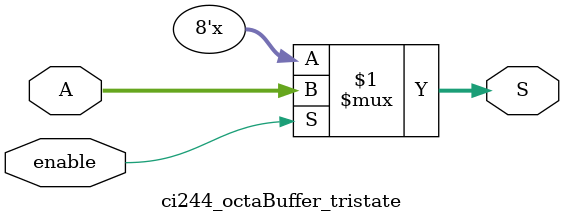
<source format=v>
module ci244_octaBuffer_tristate
(
    input [7:0] A,    // Entrada de 8 bits para o buffer.
    input enable,     // Sinal de habilitação para ativar ou colocar em estado de alta impedância.
    output [7:0] S    // Saída de 8 bits do buffer.
);

// Atribuição condicional: se 'enable' estiver ativo, a saída S recebe o valor de A.
// Caso contrário, S entra em estado de alta impedância ('Z').
assign S = enable ? A : 8'bzzzzzzzz;

endmodule

/* 
  Este é um buffer octal (8 bits) com controle de três estados (tristate). 
  - Quando o sinal `enable` está ativo (1), o valor de entrada `A` (8 bits) é passado para a saída `S`.
  - Quando `enable` está inativo (0), a saída `S` é colocada em estado de alta impedância ('Z').
  Esse comportamento é útil em barramentos compartilhados, permitindo que múltiplos dispositivos se conectem sem causar conflitos.
*/

</source>
